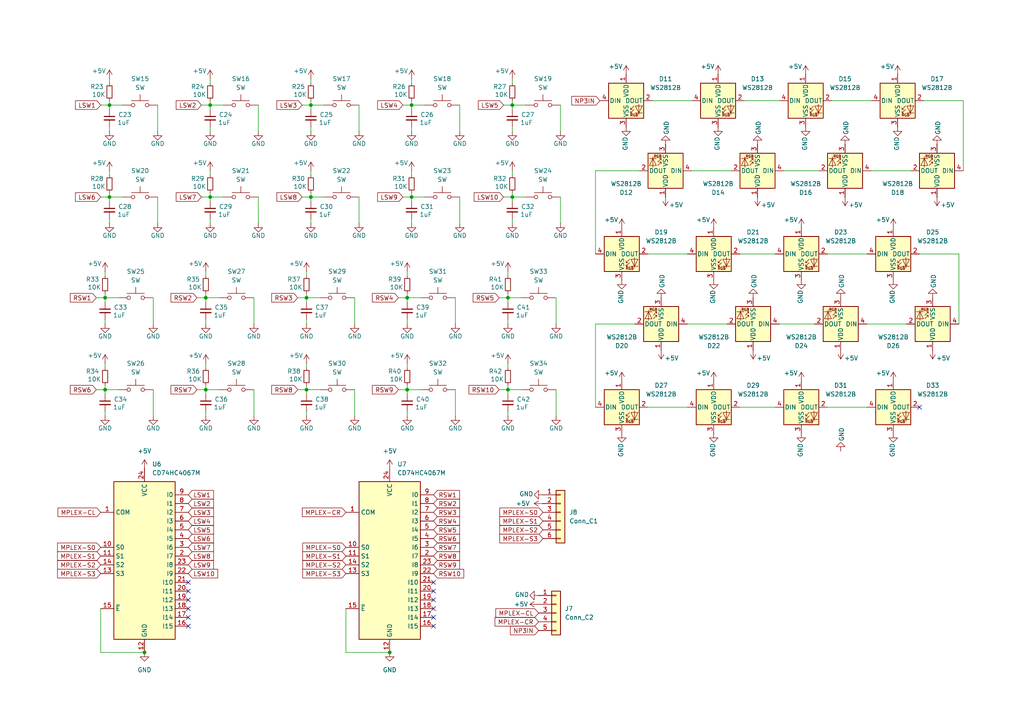
<source format=kicad_sch>
(kicad_sch (version 20231120) (generator "eeschema") (generator_version "8.0")
  (paper "A4")
  (junction (at 147.32 86.36))
  (junction (at 118.11 86.36))
  (junction (at 30.48 86.36))
  (junction (at 88.9 113.03))
  (junction (at 119.38 30.48))
  (junction (at 113.03 189.23))
  (junction (at 90.17 30.48))
  (junction (at 60.96 57.15))
  (junction (at 41.91 189.23))
  (junction (at 59.69 113.03))
  (junction (at 59.69 86.36))
  (junction (at 31.75 57.15))
  (junction (at 31.75 30.48))
  (junction (at 30.48 113.03))
  (junction (at 148.59 30.48))
  (junction (at 88.9 86.36))
  (junction (at 118.11 113.03))
  (junction (at 148.59 57.15))
  (junction (at 60.96 30.48))
  (junction (at 119.38 57.15))
  (junction (at 147.32 113.03))
  (junction (at 90.17 57.15))
  (no_connect (at 125.73 176.53))
  (no_connect (at 125.73 173.99))
  (no_connect (at 54.61 168.91))
  (no_connect (at 266.7 118.11))
  (no_connect (at 125.73 168.91))
  (no_connect (at 54.61 181.61))
  (no_connect (at 125.73 179.07))
  (no_connect (at 125.73 181.61))
  (no_connect (at 54.61 179.07))
  (no_connect (at 54.61 171.45))
  (no_connect (at 125.73 171.45))
  (no_connect (at 54.61 173.99))
  (no_connect (at 54.61 176.53))
  (wire (pts (xy 147.32 105.41) (xy 147.32 106.68)))
  (wire (pts (xy 31.75 31.75) (xy 31.75 30.48)))
  (wire (pts (xy 88.9 78.74) (xy 88.9 80.01)))
  (wire (pts (xy 59.69 86.36) (xy 63.5 86.36)))
  (wire (pts (xy 116.84 57.15) (xy 119.38 57.15)))
  (wire (pts (xy 88.9 114.3) (xy 88.9 113.03)))
  (wire (pts (xy 30.48 114.3) (xy 30.48 113.03)))
  (wire (pts (xy 162.56 30.48) (xy 162.56 38.1)))
  (wire (pts (xy 30.48 113.03) (xy 30.48 111.76)))
  (wire (pts (xy 148.59 57.15) (xy 148.59 55.88)))
  (wire (pts (xy 31.75 63.5) (xy 31.75 64.77)))
  (wire (pts (xy 187.96 73.66) (xy 199.39 73.66)))
  (wire (pts (xy 119.38 31.75) (xy 119.38 30.48)))
  (wire (pts (xy 118.11 86.36) (xy 118.11 85.09)))
  (wire (pts (xy 59.69 78.74) (xy 59.69 80.01)))
  (wire (pts (xy 118.11 113.03) (xy 118.11 111.76)))
  (wire (pts (xy 73.66 113.03) (xy 73.66 120.65)))
  (wire (pts (xy 59.69 113.03) (xy 63.5 113.03)))
  (wire (pts (xy 30.48 92.71) (xy 30.48 93.98)))
  (wire (pts (xy 104.14 57.15) (xy 104.14 64.77)))
  (wire (pts (xy 60.96 30.48) (xy 60.96 29.21)))
  (wire (pts (xy 60.96 30.48) (xy 64.77 30.48)))
  (wire (pts (xy 88.9 119.38) (xy 88.9 120.65)))
  (wire (pts (xy 59.69 114.3) (xy 59.69 113.03)))
  (wire (pts (xy 252.73 49.53) (xy 264.16 49.53)))
  (wire (pts (xy 31.75 58.42) (xy 31.75 57.15)))
  (wire (pts (xy 57.15 113.03) (xy 59.69 113.03)))
  (wire (pts (xy 147.32 114.3) (xy 147.32 113.03)))
  (wire (pts (xy 57.15 86.36) (xy 59.69 86.36)))
  (wire (pts (xy 60.96 57.15) (xy 60.96 55.88)))
  (wire (pts (xy 119.38 57.15) (xy 119.38 55.88)))
  (wire (pts (xy 59.69 119.38) (xy 59.69 120.65)))
  (wire (pts (xy 144.78 86.36) (xy 147.32 86.36)))
  (wire (pts (xy 58.42 30.48) (xy 60.96 30.48)))
  (wire (pts (xy 100.33 189.23) (xy 113.03 189.23)))
  (wire (pts (xy 279.4 29.21) (xy 279.4 49.53)))
  (wire (pts (xy 59.69 87.63) (xy 59.69 86.36)))
  (wire (pts (xy 162.56 57.15) (xy 162.56 64.77)))
  (wire (pts (xy 27.94 86.36) (xy 30.48 86.36)))
  (wire (pts (xy 147.32 87.63) (xy 147.32 86.36)))
  (wire (pts (xy 29.21 30.48) (xy 31.75 30.48)))
  (wire (pts (xy 29.21 176.53) (xy 29.21 189.23)))
  (wire (pts (xy 90.17 22.86) (xy 90.17 24.13)))
  (wire (pts (xy 119.38 63.5) (xy 119.38 64.77)))
  (wire (pts (xy 115.57 86.36) (xy 118.11 86.36)))
  (wire (pts (xy 90.17 58.42) (xy 90.17 57.15)))
  (wire (pts (xy 60.96 63.5) (xy 60.96 64.77)))
  (wire (pts (xy 148.59 30.48) (xy 148.59 29.21)))
  (wire (pts (xy 119.38 30.48) (xy 119.38 29.21)))
  (wire (pts (xy 132.08 113.03) (xy 132.08 120.65)))
  (wire (pts (xy 30.48 86.36) (xy 30.48 85.09)))
  (wire (pts (xy 88.9 86.36) (xy 92.71 86.36)))
  (wire (pts (xy 118.11 114.3) (xy 118.11 113.03)))
  (wire (pts (xy 227.33 49.53) (xy 237.49 49.53)))
  (wire (pts (xy 44.45 113.03) (xy 44.45 120.65)))
  (wire (pts (xy 118.11 119.38) (xy 118.11 120.65)))
  (wire (pts (xy 90.17 57.15) (xy 93.98 57.15)))
  (wire (pts (xy 240.03 73.66) (xy 251.46 73.66)))
  (wire (pts (xy 30.48 78.74) (xy 30.48 80.01)))
  (wire (pts (xy 58.42 57.15) (xy 60.96 57.15)))
  (wire (pts (xy 31.75 57.15) (xy 35.56 57.15)))
  (wire (pts (xy 240.03 118.11) (xy 251.46 118.11)))
  (wire (pts (xy 119.38 22.86) (xy 119.38 24.13)))
  (wire (pts (xy 148.59 49.53) (xy 148.59 50.8)))
  (wire (pts (xy 118.11 87.63) (xy 118.11 86.36)))
  (wire (pts (xy 31.75 57.15) (xy 31.75 55.88)))
  (wire (pts (xy 251.46 93.98) (xy 262.89 93.98)))
  (wire (pts (xy 31.75 36.83) (xy 31.75 38.1)))
  (wire (pts (xy 118.11 86.36) (xy 121.92 86.36)))
  (wire (pts (xy 147.32 119.38) (xy 147.32 120.65)))
  (wire (pts (xy 60.96 58.42) (xy 60.96 57.15)))
  (wire (pts (xy 104.14 30.48) (xy 104.14 38.1)))
  (wire (pts (xy 88.9 92.71) (xy 88.9 93.98)))
  (wire (pts (xy 116.84 30.48) (xy 119.38 30.48)))
  (wire (pts (xy 59.69 113.03) (xy 59.69 111.76)))
  (wire (pts (xy 90.17 49.53) (xy 90.17 50.8)))
  (wire (pts (xy 31.75 30.48) (xy 31.75 29.21)))
  (wire (pts (xy 60.96 36.83) (xy 60.96 38.1)))
  (wire (pts (xy 200.66 49.53) (xy 212.09 49.53)))
  (wire (pts (xy 88.9 105.41) (xy 88.9 106.68)))
  (wire (pts (xy 73.66 86.36) (xy 73.66 93.98)))
  (wire (pts (xy 60.96 31.75) (xy 60.96 30.48)))
  (wire (pts (xy 90.17 36.83) (xy 90.17 38.1)))
  (wire (pts (xy 119.38 36.83) (xy 119.38 38.1)))
  (wire (pts (xy 74.93 30.48) (xy 74.93 38.1)))
  (wire (pts (xy 214.63 118.11) (xy 224.79 118.11)))
  (wire (pts (xy 90.17 63.5) (xy 90.17 64.77)))
  (wire (pts (xy 119.38 49.53) (xy 119.38 50.8)))
  (wire (pts (xy 88.9 86.36) (xy 88.9 85.09)))
  (wire (pts (xy 146.05 57.15) (xy 148.59 57.15)))
  (wire (pts (xy 148.59 31.75) (xy 148.59 30.48)))
  (wire (pts (xy 147.32 78.74) (xy 147.32 80.01)))
  (wire (pts (xy 31.75 49.53) (xy 31.75 50.8)))
  (wire (pts (xy 161.29 113.03) (xy 161.29 120.65)))
  (wire (pts (xy 161.29 86.36) (xy 161.29 93.98)))
  (wire (pts (xy 30.48 86.36) (xy 34.29 86.36)))
  (wire (pts (xy 147.32 113.03) (xy 151.13 113.03)))
  (wire (pts (xy 90.17 30.48) (xy 90.17 29.21)))
  (wire (pts (xy 148.59 63.5) (xy 148.59 64.77)))
  (wire (pts (xy 90.17 31.75) (xy 90.17 30.48)))
  (wire (pts (xy 146.05 30.48) (xy 148.59 30.48)))
  (wire (pts (xy 87.63 57.15) (xy 90.17 57.15)))
  (wire (pts (xy 30.48 113.03) (xy 34.29 113.03)))
  (wire (pts (xy 148.59 36.83) (xy 148.59 38.1)))
  (wire (pts (xy 59.69 86.36) (xy 59.69 85.09)))
  (wire (pts (xy 31.75 30.48) (xy 35.56 30.48)))
  (wire (pts (xy 148.59 30.48) (xy 152.4 30.48)))
  (wire (pts (xy 100.33 176.53) (xy 100.33 189.23)))
  (wire (pts (xy 215.9 29.21) (xy 226.06 29.21)))
  (wire (pts (xy 29.21 57.15) (xy 31.75 57.15)))
  (wire (pts (xy 30.48 105.41) (xy 30.48 106.68)))
  (wire (pts (xy 147.32 113.03) (xy 147.32 111.76)))
  (wire (pts (xy 118.11 113.03) (xy 121.92 113.03)))
  (wire (pts (xy 87.63 30.48) (xy 90.17 30.48)))
  (wire (pts (xy 60.96 49.53) (xy 60.96 50.8)))
  (wire (pts (xy 187.96 118.11) (xy 199.39 118.11)))
  (wire (pts (xy 88.9 87.63) (xy 88.9 86.36)))
  (wire (pts (xy 88.9 113.03) (xy 88.9 111.76)))
  (wire (pts (xy 148.59 22.86) (xy 148.59 24.13)))
  (wire (pts (xy 241.3 29.21) (xy 252.73 29.21)))
  (wire (pts (xy 115.57 113.03) (xy 118.11 113.03)))
  (wire (pts (xy 59.69 92.71) (xy 59.69 93.98)))
  (wire (pts (xy 118.11 78.74) (xy 118.11 80.01)))
  (wire (pts (xy 45.72 30.48) (xy 45.72 38.1)))
  (wire (pts (xy 133.35 30.48) (xy 133.35 38.1)))
  (wire (pts (xy 119.38 30.48) (xy 123.19 30.48)))
  (wire (pts (xy 60.96 57.15) (xy 64.77 57.15)))
  (wire (pts (xy 86.36 113.03) (xy 88.9 113.03)))
  (wire (pts (xy 31.75 22.86) (xy 31.75 24.13)))
  (wire (pts (xy 147.32 86.36) (xy 151.13 86.36)))
  (wire (pts (xy 60.96 22.86) (xy 60.96 24.13)))
  (wire (pts (xy 147.32 92.71) (xy 147.32 93.98)))
  (wire (pts (xy 133.35 57.15) (xy 133.35 64.77)))
  (wire (pts (xy 148.59 57.15) (xy 152.4 57.15)))
  (wire (pts (xy 30.48 87.63) (xy 30.48 86.36)))
  (wire (pts (xy 86.36 86.36) (xy 88.9 86.36)))
  (wire (pts (xy 132.08 86.36) (xy 132.08 93.98)))
  (wire (pts (xy 214.63 73.66) (xy 224.79 73.66)))
  (wire (pts (xy 144.78 113.03) (xy 147.32 113.03)))
  (wire (pts (xy 199.39 93.98) (xy 210.82 93.98)))
  (wire (pts (xy 44.45 86.36) (xy 44.45 93.98)))
  (wire (pts (xy 118.11 92.71) (xy 118.11 93.98)))
  (wire (pts (xy 266.7 73.66) (xy 278.13 73.66)))
  (wire (pts (xy 30.48 119.38) (xy 30.48 120.65)))
  (wire (pts (xy 45.72 57.15) (xy 45.72 64.77)))
  (wire (pts (xy 226.06 93.98) (xy 236.22 93.98)))
  (wire (pts (xy 27.94 113.03) (xy 30.48 113.03)))
  (wire (pts (xy 172.72 73.66) (xy 172.72 49.53)))
  (wire (pts (xy 74.93 57.15) (xy 74.93 64.77)))
  (wire (pts (xy 119.38 57.15) (xy 123.19 57.15)))
  (wire (pts (xy 118.11 105.41) (xy 118.11 106.68)))
  (wire (pts (xy 119.38 58.42) (xy 119.38 57.15)))
  (wire (pts (xy 172.72 93.98) (xy 184.15 93.98)))
  (wire (pts (xy 189.23 29.21) (xy 200.66 29.21)))
  (wire (pts (xy 278.13 73.66) (xy 278.13 93.98)))
  (wire (pts (xy 148.59 58.42) (xy 148.59 57.15)))
  (wire (pts (xy 102.87 86.36) (xy 102.87 93.98)))
  (wire (pts (xy 102.87 113.03) (xy 102.87 120.65)))
  (wire (pts (xy 59.69 105.41) (xy 59.69 106.68)))
  (wire (pts (xy 172.72 49.53) (xy 185.42 49.53)))
  (wire (pts (xy 267.97 29.21) (xy 279.4 29.21)))
  (wire (pts (xy 90.17 57.15) (xy 90.17 55.88)))
  (wire (pts (xy 172.72 118.11) (xy 172.72 93.98)))
  (wire (pts (xy 29.21 189.23) (xy 41.91 189.23)))
  (wire (pts (xy 147.32 86.36) (xy 147.32 85.09)))
  (wire (pts (xy 90.17 30.48) (xy 93.98 30.48)))
  (wire (pts (xy 88.9 113.03) (xy 92.71 113.03)))
  (global_label "LSW8" (shape input) (at 87.63 57.15 180) (property "Intersheetrefs" "${INTERSHEET_REFS}" (effects (hide yes))))
  (global_label "LSW3" (shape input) (at 87.63 30.48 180) (property "Intersheetrefs" "${INTERSHEET_REFS}" (effects (hide yes))))
  (global_label "RSW3" (shape input) (at 125.73 148.59 0) (property "Intersheetrefs" "${INTERSHEET_REFS}" (effects (hide yes))))
  (global_label "MPLEX-CL" (shape input) (at 29.21 148.59 180) (property "Intersheetrefs" "${INTERSHEET_REFS}" (effects (hide yes))))
  (global_label "LSW4" (shape input) (at 54.61 151.13 0) (property "Intersheetrefs" "${INTERSHEET_REFS}" (effects (hide yes))))
  (global_label "RSW7" (shape input) (at 57.15 113.03 180) (property "Intersheetrefs" "${INTERSHEET_REFS}" (effects (hide yes))))
  (global_label "MPLEX-S0" (shape input) (at 29.21 158.75 180) (property "Intersheetrefs" "${INTERSHEET_REFS}" (effects (hide yes))))
  (global_label "RSW5" (shape input) (at 144.78 86.36 180) (property "Intersheetrefs" "${INTERSHEET_REFS}" (effects (hide yes))))
  (global_label "RSW5" (shape input) (at 125.73 153.67 0) (property "Intersheetrefs" "${INTERSHEET_REFS}" (effects (hide yes))))
  (global_label "MPLEX-S3" (shape input) (at 29.21 166.37 180) (property "Intersheetrefs" "${INTERSHEET_REFS}" (effects (hide yes))))
  (global_label "RSW1" (shape input) (at 27.94 86.36 180) (property "Intersheetrefs" "${INTERSHEET_REFS}" (effects (hide yes))))
  (global_label "RSW8" (shape input) (at 86.36 113.03 180) (property "Intersheetrefs" "${INTERSHEET_REFS}" (effects (hide yes))))
  (global_label "LSW1" (shape input) (at 54.61 143.51 0) (property "Intersheetrefs" "${INTERSHEET_REFS}" (effects (hide yes))))
  (global_label "LSW1" (shape input) (at 29.21 30.48 180) (property "Intersheetrefs" "${INTERSHEET_REFS}" (effects (hide yes))))
  (global_label "MPLEX-S3" (shape input) (at 157.48 156.21 180) (property "Intersheetrefs" "${INTERSHEET_REFS}" (effects (hide yes))))
  (global_label "LSW3" (shape input) (at 54.61 148.59 0) (property "Intersheetrefs" "${INTERSHEET_REFS}" (effects (hide yes))))
  (global_label "RSW6" (shape input) (at 27.94 113.03 180) (property "Intersheetrefs" "${INTERSHEET_REFS}" (effects (hide yes))))
  (global_label "LSW8" (shape input) (at 54.61 161.29 0) (property "Intersheetrefs" "${INTERSHEET_REFS}" (effects (hide yes))))
  (global_label "MPLEX-CR" (shape input) (at 156.21 180.34 180) (property "Intersheetrefs" "${INTERSHEET_REFS}" (effects (hide yes))))
  (global_label "NP3IN" (shape input) (at 156.21 182.88 180) (property "Intersheetrefs" "${INTERSHEET_REFS}" (effects (hide yes))))
  (global_label "RSW7" (shape input) (at 125.73 158.75 0) (property "Intersheetrefs" "${INTERSHEET_REFS}" (effects (hide yes))))
  (global_label "NP3IN" (shape input) (at 173.99 29.21 180) (property "Intersheetrefs" "${INTERSHEET_REFS}" (effects (hide yes))))
  (global_label "LSW7" (shape input) (at 58.42 57.15 180) (property "Intersheetrefs" "${INTERSHEET_REFS}" (effects (hide yes))))
  (global_label "LSW9" (shape input) (at 116.84 57.15 180) (property "Intersheetrefs" "${INTERSHEET_REFS}" (effects (hide yes))))
  (global_label "RSW8" (shape input) (at 125.73 161.29 0) (property "Intersheetrefs" "${INTERSHEET_REFS}" (effects (hide yes))))
  (global_label "MPLEX-CR" (shape input) (at 100.33 148.59 180) (property "Intersheetrefs" "${INTERSHEET_REFS}" (effects (hide yes))))
  (global_label "MPLEX-S2" (shape input) (at 100.33 163.83 180) (property "Intersheetrefs" "${INTERSHEET_REFS}" (effects (hide yes))))
  (global_label "RSW4" (shape input) (at 125.73 151.13 0) (property "Intersheetrefs" "${INTERSHEET_REFS}" (effects (hide yes))))
  (global_label "RSW10" (shape input) (at 125.73 166.37 0) (property "Intersheetrefs" "${INTERSHEET_REFS}" (effects (hide yes))))
  (global_label "RSW10" (shape input) (at 144.78 113.03 180) (property "Intersheetrefs" "${INTERSHEET_REFS}" (effects (hide yes))))
  (global_label "MPLEX-S3" (shape input) (at 100.33 166.37 180) (property "Intersheetrefs" "${INTERSHEET_REFS}" (effects (hide yes))))
  (global_label "LSW10" (shape input) (at 146.05 57.15 180) (property "Intersheetrefs" "${INTERSHEET_REFS}" (effects (hide yes))))
  (global_label "RSW9" (shape input) (at 125.73 163.83 0) (property "Intersheetrefs" "${INTERSHEET_REFS}" (effects (hide yes))))
  (global_label "RSW1" (shape input) (at 125.73 143.51 0) (property "Intersheetrefs" "${INTERSHEET_REFS}" (effects (hide yes))))
  (global_label "MPLEX-S0" (shape input) (at 100.33 158.75 180) (property "Intersheetrefs" "${INTERSHEET_REFS}" (effects (hide yes))))
  (global_label "LSW10" (shape input) (at 54.61 166.37 0) (property "Intersheetrefs" "${INTERSHEET_REFS}" (effects (hide yes))))
  (global_label "RSW9" (shape input) (at 115.57 113.03 180) (property "Intersheetrefs" "${INTERSHEET_REFS}" (effects (hide yes))))
  (global_label "LSW9" (shape input) (at 54.61 163.83 0) (property "Intersheetrefs" "${INTERSHEET_REFS}" (effects (hide yes))))
  (global_label "LSW4" (shape input) (at 116.84 30.48 180) (property "Intersheetrefs" "${INTERSHEET_REFS}" (effects (hide yes))))
  (global_label "RSW2" (shape input) (at 125.73 146.05 0) (property "Intersheetrefs" "${INTERSHEET_REFS}" (effects (hide yes))))
  (global_label "LSW5" (shape input) (at 146.05 30.48 180) (property "Intersheetrefs" "${INTERSHEET_REFS}" (effects (hide yes))))
  (global_label "LSW7" (shape input) (at 54.61 158.75 0) (property "Intersheetrefs" "${INTERSHEET_REFS}" (effects (hide yes))))
  (global_label "RSW3" (shape input) (at 86.36 86.36 180) (property "Intersheetrefs" "${INTERSHEET_REFS}" (effects (hide yes))))
  (global_label "MPLEX-S0" (shape input) (at 157.48 148.59 180) (property "Intersheetrefs" "${INTERSHEET_REFS}" (effects (hide yes))))
  (global_label "MPLEX-S1" (shape input) (at 100.33 161.29 180) (property "Intersheetrefs" "${INTERSHEET_REFS}" (effects (hide yes))))
  (global_label "LSW6" (shape input) (at 54.61 156.21 0) (property "Intersheetrefs" "${INTERSHEET_REFS}" (effects (hide yes))))
  (global_label "MPLEX-S1" (shape input) (at 29.21 161.29 180) (property "Intersheetrefs" "${INTERSHEET_REFS}" (effects (hide yes))))
  (global_label "LSW2" (shape input) (at 58.42 30.48 180) (property "Intersheetrefs" "${INTERSHEET_REFS}" (effects (hide yes))))
  (global_label "MPLEX-CL" (shape input) (at 156.21 177.8 180) (property "Intersheetrefs" "${INTERSHEET_REFS}" (effects (hide yes))))
  (global_label "RSW2" (shape input) (at 57.15 86.36 180) (property "Intersheetrefs" "${INTERSHEET_REFS}" (effects (hide yes))))
  (global_label "MPLEX-S1" (shape input) (at 157.48 151.13 180) (property "Intersheetrefs" "${INTERSHEET_REFS}" (effects (hide yes))))
  (global_label "LSW2" (shape input) (at 54.61 146.05 0) (property "Intersheetrefs" "${INTERSHEET_REFS}" (effects (hide yes))))
  (global_label "MPLEX-S2" (shape input) (at 157.48 153.67 180) (property "Intersheetrefs" "${INTERSHEET_REFS}" (effects (hide yes))))
  (global_label "RSW6" (shape input) (at 125.73 156.21 0) (property "Intersheetrefs" "${INTERSHEET_REFS}" (effects (hide yes))))
  (global_label "LSW5" (shape input) (at 54.61 153.67 0) (property "Intersheetrefs" "${INTERSHEET_REFS}" (effects (hide yes))))
  (global_label "LSW6" (shape input) (at 29.21 57.15 180) (property "Intersheetrefs" "${INTERSHEET_REFS}" (effects (hide yes))))
  (global_label "MPLEX-S2" (shape input) (at 29.21 163.83 180) (property "Intersheetrefs" "${INTERSHEET_REFS}" (effects (hide yes))))
  (global_label "RSW4" (shape input) (at 115.57 86.36 180) (property "Intersheetrefs" "${INTERSHEET_REFS}" (effects (hide yes))))
  (symbol (lib_id "power:+5V") (at 60.96 22.86 0) (unit 1)
    (property "Reference" "#PWR0119" (effects (hide yes)))
    (property "Value" "+5V" (at 57.912 20.574 0))
    (property "Description" "Power symbol creates a global label with name \"+5V\"" (effects (hide yes)))
  )
  (symbol (lib_id "Switch:SW_Push") (at 69.85 57.15 0) (unit 1)
    (property "Reference" "SW21" (at 69.85 49.53 0))
    (property "Value" "SW" (at 69.85 52.07 0))
    (property "Description" "Push button switch, generic, two pins" (effects (hide yes)))
  )
  (symbol (lib_id "power:+5V") (at 59.69 105.41 0) (unit 1)
    (property "Reference" "#PWR0154" (effects (hide yes)))
    (property "Value" "+5V" (at 56.642 103.124 0))
    (property "Description" "Power symbol creates a global label with name \"+5V\"" (effects (hide yes)))
  )
  (symbol (lib_id "Switch:SW_Push") (at 68.58 86.36 0) (unit 1)
    (property "Reference" "SW27" (at 68.58 78.74 0))
    (property "Value" "SW" (at 68.58 81.28 0))
    (property "Description" "Push button switch, generic, two pins" (effects (hide yes)))
  )
  (symbol (lib_id "Device:R_Small") (at 119.38 26.67 0) (unit 1)
    (property "Reference" "R26" (at 113.792 25.146 0) (effects (justify left)))
    (property "Value" "10K" (at 114.3 27.432 0) (effects (justify left)))
    (property "Description" "Resistor, small symbol" (effects (hide yes)))
  )
  (symbol (lib_id "power:GND") (at 88.9 93.98 0) (mirror y) (unit 1)
    (property "Reference" "#PWR0159" (effects (hide yes)))
    (property "Value" "GND" (at 88.9 97.536 0))
    (property "Description" "Power symbol creates a global label with name \"GND\" , ground" (effects (hide yes)))
  )
  (symbol (lib_id "LED:WS2812B") (at 271.78 49.53 180) (unit 1)
    (property "Reference" "D18" (at 260.35 55.8486 0))
    (property "Value" "WS2812B" (at 260.35 53.3086 0))
    (property "Footprint" "LED_SMD:LED_WS2812B_PLCC4_5.0x5.0mm_P3.2mm" (effects (hide yes)))
    (property "Datasheet" "https://cdn-shop.adafruit.com/datasheets/WS2812B.pdf" (effects (hide yes)))
    (property "Description" "RGB LED with integrated controller" (effects (hide yes)))
  )
  (symbol (lib_id "power:GND") (at 74.93 64.77 0) (mirror y) (unit 1)
    (property "Reference" "#PWR0136" (effects (hide yes)))
    (property "Value" "GND" (at 74.93 68.326 0))
    (property "Description" "Power symbol creates a global label with name \"GND\" , ground" (effects (hide yes)))
  )
  (symbol (lib_id "Device:C_Small") (at 30.48 116.84 0) (unit 1)
    (property "Reference" "C34" (at 33.02 115.824 0) (effects (justify left)))
    (property "Value" "1uF" (at 32.766 118.11 0) (effects (justify left)))
    (property "Description" "Unpolarized capacitor, small symbol" (effects (hide yes)))
  )
  (symbol (lib_id "power:+5V") (at 90.17 22.86 0) (unit 1)
    (property "Reference" "#PWR0122" (effects (hide yes)))
    (property "Value" "+5V" (at 87.122 20.574 0))
    (property "Description" "Power symbol creates a global label with name \"+5V\"" (effects (hide yes)))
  )
  (symbol (lib_id "power:GND") (at 147.32 93.98 0) (mirror y) (unit 1)
    (property "Reference" "#PWR0171" (effects (hide yes)))
    (property "Value" "GND" (at 147.32 97.536 0))
    (property "Description" "Power symbol creates a global label with name \"GND\" , ground" (effects (hide yes)))
  )
  (symbol (lib_id "Device:R_Small") (at 90.17 53.34 0) (unit 1)
    (property "Reference" "R30" (at 84.582 51.816 0) (effects (justify left)))
    (property "Value" "10K" (at 85.09 54.102 0) (effects (justify left)))
    (property "Description" "Resistor, small symbol" (effects (hide yes)))
  )
  (symbol (lib_id "power:GND") (at 74.93 38.1 0) (mirror y) (unit 1)
    (property "Reference" "#PWR0121" (effects (hide yes)))
    (property "Value" "GND" (at 74.93 41.656 0))
    (property "Description" "Power symbol creates a global label with name \"GND\" , ground" (effects (hide yes)))
  )
  (symbol (lib_id "power:GND") (at 243.84 130.81 0) (mirror x) (unit 1)
    (property "Reference" "#PWR0222" (effects (hide yes)))
    (property "Value" "GND" (at 244.094 125.984 90))
    (property "Description" "Power symbol creates a global label with name \"GND\" , ground" (effects (hide yes)))
  )
  (symbol (lib_id "Device:R_Small") (at 31.75 26.67 0) (unit 1)
    (property "Reference" "R23" (at 26.162 25.146 0) (effects (justify left)))
    (property "Value" "10K" (at 26.67 27.432 0) (effects (justify left)))
    (property "Description" "Resistor, small symbol" (effects (hide yes)))
  )
  (symbol (lib_id "Device:R_Small") (at 147.32 109.22 0) (unit 1)
    (property "Reference" "R42" (at 141.732 107.696 0) (effects (justify left)))
    (property "Value" "10K" (at 142.24 109.982 0) (effects (justify left)))
    (property "Description" "Resistor, small symbol" (effects (hide yes)))
  )
  (symbol (lib_id "Device:R_Small") (at 118.11 82.55 0) (unit 1)
    (property "Reference" "R39" (at 112.522 81.026 0) (effects (justify left)))
    (property "Value" "10K" (at 113.03 83.312 0) (effects (justify left)))
    (property "Description" "Resistor, small symbol" (effects (hide yes)))
  )
  (symbol (lib_id "LED:WS2812B") (at 232.41 118.11 0) (unit 1)
    (property "Reference" "D31" (at 243.84 111.7914 0))
    (property "Value" "WS2812B" (at 243.84 114.3314 0))
    (property "Footprint" "LED_SMD:LED_WS2812B_PLCC4_5.0x5.0mm_P3.2mm" (effects (hide yes)))
    (property "Datasheet" "https://cdn-shop.adafruit.com/datasheets/WS2812B.pdf" (effects (hide yes)))
    (property "Description" "RGB LED with integrated controller" (effects (hide yes)))
  )
  (symbol (lib_id "LED:WS2812B") (at 260.35 29.21 0) (unit 1)
    (property "Reference" "D17" (at 271.78 22.8914 0))
    (property "Value" "WS2812B" (at 271.78 25.4314 0))
    (property "Footprint" "LED_SMD:LED_WS2812B_PLCC4_5.0x5.0mm_P3.2mm" (effects (hide yes)))
    (property "Datasheet" "https://cdn-shop.adafruit.com/datasheets/WS2812B.pdf" (effects (hide yes)))
    (property "Description" "RGB LED with integrated controller" (effects (hide yes)))
  )
  (symbol (lib_id "LED:WS2812B") (at 233.68 29.21 0) (unit 1)
    (property "Reference" "D15" (at 245.11 22.8914 0))
    (property "Value" "WS2812B" (at 245.11 25.4314 0))
    (property "Footprint" "LED_SMD:LED_WS2812B_PLCC4_5.0x5.0mm_P3.2mm" (effects (hide yes)))
    (property "Datasheet" "https://cdn-shop.adafruit.com/datasheets/WS2812B.pdf" (effects (hide yes)))
    (property "Description" "RGB LED with integrated controller" (effects (hide yes)))
  )
  (symbol (lib_id "power:+5V") (at 191.77 101.6 180) (unit 1)
    (property "Reference" "#PWR0199" (effects (hide yes)))
    (property "Value" "+5V" (at 194.818 103.886 0))
    (property "Description" "Power symbol creates a global label with name \"+5V\"" (effects (hide yes)))
  )
  (symbol (lib_id "Device:C_Small") (at 148.59 34.29 0) (unit 1)
    (property "Reference" "C27" (at 151.13 33.274 0) (effects (justify left)))
    (property "Value" "1uF" (at 150.876 35.56 0) (effects (justify left)))
    (property "Description" "Unpolarized capacitor, small symbol" (effects (hide yes)))
  )
  (symbol (lib_id "Device:C_Small") (at 118.11 116.84 0) (unit 1)
    (property "Reference" "C40" (at 120.65 115.824 0) (effects (justify left)))
    (property "Value" "1uF" (at 120.396 118.11 0) (effects (justify left)))
    (property "Description" "Unpolarized capacitor, small symbol" (effects (hide yes)))
  )
  (symbol (lib_id "Connector_Generic:Conn_01x05") (at 161.29 177.8 0) (unit 1)
    (property "Reference" "J7" (at 163.83 176.5299 0) (effects (justify left)))
    (property "Value" "Conn_C2" (at 163.83 179.0699 0) (effects (justify left)))
    (property "Description" "Generic connector, single row, 01x05, script generated (kicad-library-utils/schlib/autogen/connector/)" (effects (hide yes)))
  )
  (symbol (lib_id "power:+5V") (at 259.08 110.49 0) (unit 1)
    (property "Reference" "#PWR0224" (effects (hide yes)))
    (property "Value" "+5V" (at 256.032 108.204 0))
    (property "Description" "Power symbol creates a global label with name \"+5V\"" (effects (hide yes)))
  )
  (symbol (lib_id "power:+5V") (at 90.17 49.53 0) (unit 1)
    (property "Reference" "#PWR0137" (effects (hide yes)))
    (property "Value" "+5V" (at 87.122 47.244 0))
    (property "Description" "Power symbol creates a global label with name \"+5V\"" (effects (hide yes)))
  )
  (symbol (lib_id "power:GND") (at 59.69 93.98 0) (mirror y) (unit 1)
    (property "Reference" "#PWR0153" (effects (hide yes)))
    (property "Value" "GND" (at 59.69 97.536 0))
    (property "Description" "Power symbol creates a global label with name \"GND\" , ground" (effects (hide yes)))
  )
  (symbol (lib_id "Device:C_Small") (at 30.48 90.17 0) (unit 1)
    (property "Reference" "C33" (at 33.02 89.154 0) (effects (justify left)))
    (property "Value" "1uF" (at 32.766 91.44 0) (effects (justify left)))
    (property "Description" "Unpolarized capacitor, small symbol" (effects (hide yes)))
  )
  (symbol (lib_id "power:+5V") (at 118.11 78.74 0) (unit 1)
    (property "Reference" "#PWR0164" (effects (hide yes)))
    (property "Value" "+5V" (at 115.062 76.454 0))
    (property "Description" "Power symbol creates a global label with name \"+5V\"" (effects (hide yes)))
  )
  (symbol (lib_id "LED:WS2812B") (at 193.04 49.53 180) (unit 1)
    (property "Reference" "D12" (at 181.61 55.8486 0))
    (property "Value" "WS2812B" (at 181.61 53.3086 0))
    (property "Footprint" "LED_SMD:LED_WS2812B_PLCC4_5.0x5.0mm_P3.2mm" (effects (hide yes)))
    (property "Datasheet" "https://cdn-shop.adafruit.com/datasheets/WS2812B.pdf" (effects (hide yes)))
    (property "Description" "RGB LED with integrated controller" (effects (hide yes)))
  )
  (symbol (lib_id "power:GND") (at 31.75 64.77 0) (mirror y) (unit 1)
    (property "Reference" "#PWR0132" (effects (hide yes)))
    (property "Value" "GND" (at 31.75 68.326 0))
    (property "Description" "Power symbol creates a global label with name \"GND\" , ground" (effects (hide yes)))
  )
  (symbol (lib_id "power:+5V") (at 208.28 21.59 0) (unit 1)
    (property "Reference" "#PWR0184" (effects (hide yes)))
    (property "Value" "+5V" (at 205.232 19.304 0))
    (property "Description" "Power symbol creates a global label with name \"+5V\"" (effects (hide yes)))
  )
  (symbol (lib_id "power:GND") (at 45.72 38.1 0) (mirror y) (unit 1)
    (property "Reference" "#PWR0118" (effects (hide yes)))
    (property "Value" "GND" (at 45.72 41.656 0))
    (property "Description" "Power symbol creates a global label with name \"GND\" , ground" (effects (hide yes)))
  )
  (symbol (lib_id "Device:R_Small") (at 88.9 109.22 0) (unit 1)
    (property "Reference" "R38" (at 83.312 107.696 0) (effects (justify left)))
    (property "Value" "10K" (at 83.82 109.982 0) (effects (justify left)))
    (property "Description" "Resistor, small symbol" (effects (hide yes)))
  )
  (symbol (lib_id "power:GND") (at 133.35 38.1 0) (mirror y) (unit 1)
    (property "Reference" "#PWR0127" (effects (hide yes)))
    (property "Value" "GND" (at 133.35 41.656 0))
    (property "Description" "Power symbol creates a global label with name \"GND\" , ground" (effects (hide yes)))
  )
  (symbol (lib_id "power:GND") (at 180.34 125.73 0) (mirror y) (unit 1)
    (property "Reference" "#PWR0213" (effects (hide yes)))
    (property "Value" "GND" (at 180.086 130.556 90))
    (property "Description" "Power symbol creates a global label with name \"GND\" , ground" (effects (hide yes)))
  )
  (symbol (lib_id "power:GND") (at 271.78 41.91 0) (mirror x) (unit 1)
    (property "Reference" "#PWR0194" (effects (hide yes)))
    (property "Value" "GND" (at 272.034 37.084 90))
    (property "Description" "Power symbol creates a global label with name \"GND\" , ground" (effects (hide yes)))
  )
  (symbol (lib_id "power:+5V") (at 119.38 49.53 0) (unit 1)
    (property "Reference" "#PWR0140" (effects (hide yes)))
    (property "Value" "+5V" (at 116.332 47.244 0))
    (property "Description" "Power symbol creates a global label with name \"+5V\"" (effects (hide yes)))
  )
  (symbol (lib_id "power:GND") (at 243.84 86.36 0) (mirror x) (unit 1)
    (property "Reference" "#PWR0206" (effects (hide yes)))
    (property "Value" "GND" (at 244.094 81.534 90))
    (property "Description" "Power symbol creates a global label with name \"GND\" , ground" (effects (hide yes)))
  )
  (symbol (lib_id "power:+5V") (at 118.11 105.41 0) (unit 1)
    (property "Reference" "#PWR0166" (effects (hide yes)))
    (property "Value" "+5V" (at 115.062 103.124 0))
    (property "Description" "Power symbol creates a global label with name \"+5V\"" (effects (hide yes)))
  )
  (symbol (lib_id "Switch:SW_Push") (at 97.79 113.03 0) (unit 1)
    (property "Reference" "SW30" (at 97.79 105.41 0))
    (property "Value" "SW" (at 97.79 107.95 0))
    (property "Description" "Push button switch, generic, two pins" (effects (hide yes)))
  )
  (symbol (lib_id "power:+5V") (at 193.04 57.15 180) (unit 1)
    (property "Reference" "#PWR0183" (effects (hide yes)))
    (property "Value" "+5V" (at 196.088 59.436 0))
    (property "Description" "Power symbol creates a global label with name \"+5V\"" (effects (hide yes)))
  )
  (symbol (lib_id "LED:WS2812B") (at 219.71 49.53 180) (unit 1)
    (property "Reference" "D14" (at 208.28 55.8486 0))
    (property "Value" "WS2812B" (at 208.28 53.3086 0))
    (property "Footprint" "LED_SMD:LED_WS2812B_PLCC4_5.0x5.0mm_P3.2mm" (effects (hide yes)))
    (property "Datasheet" "https://cdn-shop.adafruit.com/datasheets/WS2812B.pdf" (effects (hide yes)))
    (property "Description" "RGB LED with integrated controller" (effects (hide yes)))
  )
  (symbol (lib_id "LED:WS2812B") (at 259.08 118.11 0) (unit 1)
    (property "Reference" "D33" (at 270.51 111.7914 0))
    (property "Value" "WS2812B" (at 270.51 114.3314 0))
    (property "Footprint" "LED_SMD:LED_WS2812B_PLCC4_5.0x5.0mm_P3.2mm" (effects (hide yes)))
    (property "Datasheet" "https://cdn-shop.adafruit.com/datasheets/WS2812B.pdf" (effects (hide yes)))
    (property "Description" "RGB LED with integrated controller" (effects (hide yes)))
  )
  (symbol (lib_id "power:GND") (at 44.45 93.98 0) (mirror y) (unit 1)
    (property "Reference" "#PWR0150" (effects (hide yes)))
    (property "Value" "GND" (at 44.45 97.536 0))
    (property "Description" "Power symbol creates a global label with name \"GND\" , ground" (effects (hide yes)))
  )
  (symbol (lib_id "Switch:SW_Push") (at 127 113.03 0) (unit 1)
    (property "Reference" "SW32" (at 127 105.41 0))
    (property "Value" "SW" (at 127 107.95 0))
    (property "Description" "Push button switch, generic, two pins" (effects (hide yes)))
  )
  (symbol (lib_id "Switch:SW_Push") (at 157.48 57.15 0) (unit 1)
    (property "Reference" "SW24" (at 157.48 49.53 0))
    (property "Value" "SW" (at 157.48 52.07 0))
    (property "Description" "Push button switch, generic, two pins" (effects (hide yes)))
  )
  (symbol (lib_id "power:+5V") (at 41.91 135.89 0) (unit 1)
    (property "Reference" "#PWR0176" (effects (hide yes)))
    (property "Value" "+5V" (at 41.91 130.81 0))
    (property "Description" "Power symbol creates a global label with name \"+5V\"" (effects (hide yes)))
  )
  (symbol (lib_id "Device:R_Small") (at 118.11 109.22 0) (unit 1)
    (property "Reference" "R40" (at 112.522 107.696 0) (effects (justify left)))
    (property "Value" "10K" (at 113.03 109.982 0) (effects (justify left)))
    (property "Description" "Resistor, small symbol" (effects (hide yes)))
  )
  (symbol (lib_id "Device:C_Small") (at 88.9 90.17 0) (unit 1)
    (property "Reference" "C37" (at 91.44 89.154 0) (effects (justify left)))
    (property "Value" "1uF" (at 91.186 91.44 0) (effects (justify left)))
    (property "Description" "Unpolarized capacitor, small symbol" (effects (hide yes)))
  )
  (symbol (lib_id "Device:R_Small") (at 148.59 53.34 0) (unit 1)
    (property "Reference" "R32" (at 143.002 51.816 0) (effects (justify left)))
    (property "Value" "10K" (at 143.51 54.102 0) (effects (justify left)))
    (property "Description" "Resistor, small symbol" (effects (hide yes)))
  )
  (symbol (lib_id "LED:WS2812B") (at 218.44 93.98 180) (unit 1)
    (property "Reference" "D22" (at 207.01 100.2986 0))
    (property "Value" "WS2812B" (at 207.01 97.7586 0))
    (property "Footprint" "LED_SMD:LED_WS2812B_PLCC4_5.0x5.0mm_P3.2mm" (effects (hide yes)))
    (property "Datasheet" "https://cdn-shop.adafruit.com/datasheets/WS2812B.pdf" (effects (hide yes)))
    (property "Description" "RGB LED with integrated controller" (effects (hide yes)))
  )
  (symbol (lib_id "LED:WS2812B") (at 180.34 73.66 0) (unit 1)
    (property "Reference" "D19" (at 191.77 67.3414 0))
    (property "Value" "WS2812B" (at 191.77 69.8814 0))
    (property "Footprint" "LED_SMD:LED_WS2812B_PLCC4_5.0x5.0mm_P3.2mm" (effects (hide yes)))
    (property "Datasheet" "https://cdn-shop.adafruit.com/datasheets/WS2812B.pdf" (effects (hide yes)))
    (property "Description" "RGB LED with integrated controller" (effects (hide yes)))
  )
  (symbol (lib_id "Switch:SW_Push") (at 97.79 86.36 0) (unit 1)
    (property "Reference" "SW29" (at 97.79 78.74 0))
    (property "Value" "SW" (at 97.79 81.28 0))
    (property "Description" "Push button switch, generic, two pins" (effects (hide yes)))
  )
  (symbol (lib_id "Device:C_Small") (at 90.17 34.29 0) (unit 1)
    (property "Reference" "C25" (at 92.71 33.274 0) (effects (justify left)))
    (property "Value" "1uF" (at 92.456 35.56 0) (effects (justify left)))
    (property "Description" "Unpolarized capacitor, small symbol" (effects (hide yes)))
  )
  (symbol (lib_id "Device:R_Small") (at 60.96 26.67 0) (unit 1)
    (property "Reference" "R24" (at 55.372 25.146 0) (effects (justify left)))
    (property "Value" "10K" (at 55.88 27.432 0) (effects (justify left)))
    (property "Description" "Resistor, small symbol" (effects (hide yes)))
  )
  (symbol (lib_id "power:+5V") (at 148.59 49.53 0) (unit 1)
    (property "Reference" "#PWR0143" (effects (hide yes)))
    (property "Value" "+5V" (at 145.542 47.244 0))
    (property "Description" "Power symbol creates a global label with name \"+5V\"" (effects (hide yes)))
  )
  (symbol (lib_id "power:GND") (at 73.66 120.65 0) (mirror y) (unit 1)
    (property "Reference" "#PWR0157" (effects (hide yes)))
    (property "Value" "GND" (at 73.66 124.206 0))
    (property "Description" "Power symbol creates a global label with name \"GND\" , ground" (effects (hide yes)))
  )
  (symbol (lib_id "power:GND") (at 44.45 120.65 0) (mirror y) (unit 1)
    (property "Reference" "#PWR0151" (effects (hide yes)))
    (property "Value" "GND" (at 44.45 124.206 0))
    (property "Description" "Power symbol creates a global label with name \"GND\" , ground" (effects (hide yes)))
  )
  (symbol (lib_id "power:+5V") (at 30.48 105.41 0) (unit 1)
    (property "Reference" "#PWR0148" (effects (hide yes)))
    (property "Value" "+5V" (at 27.432 103.124 0))
    (property "Description" "Power symbol creates a global label with name \"+5V\"" (effects (hide yes)))
  )
  (symbol (lib_id "Device:C_Small") (at 59.69 116.84 0) (unit 1)
    (property "Reference" "C36" (at 62.23 115.824 0) (effects (justify left)))
    (property "Value" "1uF" (at 61.976 118.11 0) (effects (justify left)))
    (property "Description" "Unpolarized capacitor, small symbol" (effects (hide yes)))
  )
  (symbol (lib_id "power:GND") (at 207.01 81.28 0) (mirror y) (unit 1)
    (property "Reference" "#PWR0201" (effects (hide yes)))
    (property "Value" "GND" (at 206.756 86.106 90))
    (property "Description" "Power symbol creates a global label with name \"GND\" , ground" (effects (hide yes)))
  )
  (symbol (lib_id "power:GND") (at 181.61 36.83 0) (mirror y) (unit 1)
    (property "Reference" "#PWR0181" (effects (hide yes)))
    (property "Value" "GND" (at 181.356 41.656 90))
    (property "Description" "Power symbol creates a global label with name \"GND\" , ground" (effects (hide yes)))
  )
  (symbol (lib_id "power:GND") (at 218.44 86.36 0) (mirror x) (unit 1)
    (property "Reference" "#PWR0202" (effects (hide yes)))
    (property "Value" "GND" (at 218.694 81.534 90))
    (property "Description" "Power symbol creates a global label with name \"GND\" , ground" (effects (hide yes)))
  )
  (symbol (lib_id "LED:WS2812B") (at 191.77 93.98 180) (unit 1)
    (property "Reference" "D20" (at 180.34 100.2986 0))
    (property "Value" "WS2812B" (at 180.34 97.7586 0))
    (property "Footprint" "LED_SMD:LED_WS2812B_PLCC4_5.0x5.0mm_P3.2mm" (effects (hide yes)))
    (property "Datasheet" "https://cdn-shop.adafruit.com/datasheets/WS2812B.pdf" (effects (hide yes)))
    (property "Description" "RGB LED with integrated controller" (effects (hide yes)))
  )
  (symbol (lib_id "Device:R_Small") (at 30.48 82.55 0) (unit 1)
    (property "Reference" "R33" (at 24.892 81.026 0) (effects (justify left)))
    (property "Value" "10K" (at 25.4 83.312 0) (effects (justify left)))
    (property "Description" "Resistor, small symbol" (effects (hide yes)))
  )
  (symbol (lib_id "power:GND") (at 118.11 93.98 0) (mirror y) (unit 1)
    (property "Reference" "#PWR0165" (effects (hide yes)))
    (property "Value" "GND" (at 118.11 97.536 0))
    (property "Description" "Power symbol creates a global label with name \"GND\" , ground" (effects (hide yes)))
  )
  (symbol (lib_id "power:GND") (at 88.9 120.65 0) (mirror y) (unit 1)
    (property "Reference" "#PWR0161" (effects (hide yes)))
    (property "Value" "GND" (at 88.9 124.206 0))
    (property "Description" "Power symbol creates a global label with name \"GND\" , ground" (effects (hide yes)))
  )
  (symbol (lib_id "Switch:SW_Push") (at 128.27 30.48 0) (unit 1)
    (property "Reference" "SW18" (at 128.27 22.86 0))
    (property "Value" "SW" (at 128.27 25.4 0))
    (property "Description" "Push button switch, generic, two pins" (effects (hide yes)))
  )
  (symbol (lib_id "LED:WS2812B") (at 232.41 73.66 0) (unit 1)
    (property "Reference" "D23" (at 243.84 67.3414 0))
    (property "Value" "WS2812B" (at 243.84 69.8814 0))
    (property "Footprint" "LED_SMD:LED_WS2812B_PLCC4_5.0x5.0mm_P3.2mm" (effects (hide yes)))
    (property "Datasheet" "https://cdn-shop.adafruit.com/datasheets/WS2812B.pdf" (effects (hide yes)))
    (property "Description" "RGB LED with integrated controller" (effects (hide yes)))
  )
  (symbol (lib_id "Switch:SW_Push") (at 156.21 113.03 0) (unit 1)
    (property "Reference" "SW34" (at 156.21 105.41 0))
    (property "Value" "SW" (at 156.21 107.95 0))
    (property "Description" "Push button switch, generic, two pins" (effects (hide yes)))
  )
  (symbol (lib_id "Device:C_Small") (at 60.96 60.96 0) (unit 1)
    (property "Reference" "C29" (at 63.5 59.944 0) (effects (justify left)))
    (property "Value" "1uF" (at 63.246 62.23 0) (effects (justify left)))
    (property "Description" "Unpolarized capacitor, small symbol" (effects (hide yes)))
  )
  (symbol (lib_id "power:+5V") (at 31.75 49.53 0) (unit 1)
    (property "Reference" "#PWR0131" (effects (hide yes)))
    (property "Value" "+5V" (at 28.702 47.244 0))
    (property "Description" "Power symbol creates a global label with name \"+5V\"" (effects (hide yes)))
  )
  (symbol (lib_id "Device:C_Small") (at 90.17 60.96 0) (unit 1)
    (property "Reference" "C30" (at 92.71 59.944 0) (effects (justify left)))
    (property "Value" "1uF" (at 92.456 62.23 0) (effects (justify left)))
    (property "Description" "Unpolarized capacitor, small symbol" (effects (hide yes)))
  )
  (symbol (lib_id "Switch:SW_Push") (at 39.37 86.36 0) (unit 1)
    (property "Reference" "SW25" (at 39.37 78.74 0))
    (property "Value" "SW" (at 39.37 81.28 0))
    (property "Description" "Push button switch, generic, two pins" (effects (hide yes)))
  )
  (symbol (lib_id "Device:C_Small") (at 31.75 60.96 0) (unit 1)
    (property "Reference" "C28" (at 34.29 59.944 0) (effects (justify left)))
    (property "Value" "1uF" (at 34.036 62.23 0) (effects (justify left)))
    (property "Description" "Unpolarized capacitor, small symbol" (effects (hide yes)))
  )
  (symbol (lib_id "power:+5V") (at 180.34 66.04 0) (unit 1)
    (property "Reference" "#PWR0196" (effects (hide yes)))
    (property "Value" "+5V" (at 177.292 63.754 0))
    (property "Description" "Power symbol creates a global label with name \"+5V\"" (effects (hide yes)))
  )
  (symbol (lib_id "power:+5V") (at 207.01 66.04 0) (unit 1)
    (property "Reference" "#PWR0200" (effects (hide yes)))
    (property "Value" "+5V" (at 203.962 63.754 0))
    (property "Description" "Power symbol creates a global label with name \"+5V\"" (effects (hide yes)))
  )
  (symbol (lib_id "Switch:SW_Push") (at 128.27 57.15 0) (unit 1)
    (property "Reference" "SW23" (at 128.27 49.53 0))
    (property "Value" "SW" (at 128.27 52.07 0))
    (property "Description" "Push button switch, generic, two pins" (effects (hide yes)))
  )
  (symbol (lib_id "power:GND") (at 119.38 38.1 0) (mirror y) (unit 1)
    (property "Reference" "#PWR0126" (effects (hide yes)))
    (property "Value" "GND" (at 119.38 41.656 0))
    (property "Description" "Power symbol creates a global label with name \"GND\" , ground" (effects (hide yes)))
  )
  (symbol (lib_id "power:GND") (at 90.17 64.77 0) (mirror y) (unit 1)
    (property "Reference" "#PWR0138" (effects (hide yes)))
    (property "Value" "GND" (at 90.17 68.326 0))
    (property "Description" "Power symbol creates a global label with name \"GND\" , ground" (effects (hide yes)))
  )
  (symbol (lib_id "Device:C_Small") (at 148.59 60.96 0) (unit 1)
    (property "Reference" "C32" (at 151.13 59.944 0) (effects (justify left)))
    (property "Value" "1uF" (at 150.876 62.23 0) (effects (justify left)))
    (property "Description" "Unpolarized capacitor, small symbol" (effects (hide yes)))
  )
  (symbol (lib_id "power:GND") (at 148.59 38.1 0) (mirror y) (unit 1)
    (property "Reference" "#PWR0129" (effects (hide yes)))
    (property "Value" "GND" (at 148.59 41.656 0))
    (property "Description" "Power symbol creates a global label with name \"GND\" , ground" (effects (hide yes)))
  )
  (symbol (lib_id "power:GND") (at 219.71 41.91 0) (mirror x) (unit 1)
    (property "Reference" "#PWR0186" (effects (hide yes)))
    (property "Value" "GND" (at 219.964 37.084 90))
    (property "Description" "Power symbol creates a global label with name \"GND\" , ground" (effects (hide yes)))
  )
  (symbol (lib_id "power:+5V") (at 157.48 146.05 90) (unit 1)
    (property "Reference" "#PWR0219" (effects (hide yes)))
    (property "Value" "+5V" (at 153.67 146.0499 90) (effects (justify left)))
    (property "Description" "Power symbol creates a global label with name \"+5V\"" (effects (hide yes)))
  )
  (symbol (lib_id "power:+5V") (at 259.08 66.04 0) (unit 1)
    (property "Reference" "#PWR0208" (effects (hide yes)))
    (property "Value" "+5V" (at 256.032 63.754 0))
    (property "Description" "Power symbol creates a global label with name \"+5V\"" (effects (hide yes)))
  )
  (symbol (lib_id "power:GND") (at 245.11 41.91 0) (mirror x) (unit 1)
    (property "Reference" "#PWR0190" (effects (hide yes)))
    (property "Value" "GND" (at 245.364 37.084 90))
    (property "Description" "Power symbol creates a global label with name \"GND\" , ground" (effects (hide yes)))
  )
  (symbol (lib_id "power:GND") (at 45.72 64.77 0) (mirror y) (unit 1)
    (property "Reference" "#PWR0133" (effects (hide yes)))
    (property "Value" "GND" (at 45.72 68.326 0))
    (property "Description" "Power symbol creates a global label with name \"GND\" , ground" (effects (hide yes)))
  )
  (symbol (lib_id "power:GND") (at 207.01 125.73 0) (mirror y) (unit 1)
    (property "Reference" "#PWR0217" (effects (hide yes)))
    (property "Value" "GND" (at 206.756 130.556 90))
    (property "Description" "Power symbol creates a global label with name \"GND\" , ground" (effects (hide yes)))
  )
  (symbol (lib_id "Device:R_Small") (at 31.75 53.34 0) (unit 1)
    (property "Reference" "R28" (at 26.162 51.816 0) (effects (justify left)))
    (property "Value" "10K" (at 26.67 54.102 0) (effects (justify left)))
    (property "Description" "Resistor, small symbol" (effects (hide yes)))
  )
  (symbol (lib_id "power:+5V") (at 88.9 78.74 0) (unit 1)
    (property "Reference" "#PWR0158" (effects (hide yes)))
    (property "Value" "+5V" (at 85.852 76.454 0))
    (property "Description" "Power symbol creates a global label with name \"+5V\"" (effects (hide yes)))
  )
  (symbol (lib_id "power:GND") (at 161.29 120.65 0) (mirror y) (unit 1)
    (property "Reference" "#PWR0175" (effects (hide yes)))
    (property "Value" "GND" (at 161.29 124.206 0))
    (property "Description" "Power symbol creates a global label with name \"GND\" , ground" (effects (hide yes)))
  )
  (symbol (lib_id "power:GND") (at 132.08 93.98 0) (mirror y) (unit 1)
    (property "Reference" "#PWR0168" (effects (hide yes)))
    (property "Value" "GND" (at 132.08 97.536 0))
    (property "Description" "Power symbol creates a global label with name \"GND\" , ground" (effects (hide yes)))
  )
  (symbol (lib_id "power:GND") (at 259.08 81.28 0) (mirror y) (unit 1)
    (property "Reference" "#PWR0209" (effects (hide yes)))
    (property "Value" "GND" (at 258.826 86.106 90))
    (property "Description" "Power symbol creates a global label with name \"GND\" , ground" (effects (hide yes)))
  )
  (symbol (lib_id "Device:C_Small") (at 147.32 90.17 0) (unit 1)
    (property "Reference" "C41" (at 149.86 89.154 0) (effects (justify left)))
    (property "Value" "1uF" (at 149.606 91.44 0) (effects (justify left)))
    (property "Description" "Unpolarized capacitor, small symbol" (effects (hide yes)))
  )
  (symbol (lib_id "power:GND") (at 161.29 93.98 0) (mirror y) (unit 1)
    (property "Reference" "#PWR0174" (effects (hide yes)))
    (property "Value" "GND" (at 161.29 97.536 0))
    (property "Description" "Power symbol creates a global label with name \"GND\" , ground" (effects (hide yes)))
  )
  (symbol (lib_id "power:GND") (at 73.66 93.98 0) (mirror y) (unit 1)
    (property "Reference" "#PWR0156" (effects (hide yes)))
    (property "Value" "GND" (at 73.66 97.536 0))
    (property "Description" "Power symbol creates a global label with name \"GND\" , ground" (effects (hide yes)))
  )
  (symbol (lib_id "power:GND") (at 30.48 120.65 0) (mirror y) (unit 1)
    (property "Reference" "#PWR0149" (effects (hide yes)))
    (property "Value" "GND" (at 30.48 124.206 0))
    (property "Description" "Power symbol creates a global label with name \"GND\" , ground" (effects (hide yes)))
  )
  (symbol (lib_id "Switch:SW_Push") (at 69.85 30.48 0) (unit 1)
    (property "Reference" "SW16" (at 69.85 22.86 0))
    (property "Value" "SW" (at 69.85 25.4 0))
    (property "Description" "Push button switch, generic, two pins" (effects (hide yes)))
  )
  (symbol (lib_id "Device:C_Small") (at 147.32 116.84 0) (unit 1)
    (property "Reference" "C42" (at 149.86 115.824 0) (effects (justify left)))
    (property "Value" "1uF" (at 149.606 118.11 0) (effects (justify left)))
    (property "Description" "Unpolarized capacitor, small symbol" (effects (hide yes)))
  )
  (symbol (lib_id "Device:R_Small") (at 59.69 82.55 0) (unit 1)
    (property "Reference" "R35" (at 54.102 81.026 0) (effects (justify left)))
    (property "Value" "10K" (at 54.61 83.312 0) (effects (justify left)))
    (property "Description" "Resistor, small symbol" (effects (hide yes)))
  )
  (symbol (lib_id "Device:R_Small") (at 59.69 109.22 0) (unit 1)
    (property "Reference" "R36" (at 54.102 107.696 0) (effects (justify left)))
    (property "Value" "10K" (at 54.61 109.982 0) (effects (justify left)))
    (property "Description" "Resistor, small symbol" (effects (hide yes)))
  )
  (symbol (lib_id "power:GND") (at 118.11 120.65 0) (mirror y) (unit 1)
    (property "Reference" "#PWR0167" (effects (hide yes)))
    (property "Value" "GND" (at 118.11 124.206 0))
    (property "Description" "Power symbol creates a global label with name \"GND\" , ground" (effects (hide yes)))
  )
  (symbol (lib_id "power:+5V") (at 243.84 101.6 180) (unit 1)
    (property "Reference" "#PWR0207" (effects (hide yes)))
    (property "Value" "+5V" (at 246.888 103.886 0))
    (property "Description" "Power symbol creates a global label with name \"+5V\"" (effects (hide yes)))
  )
  (symbol (lib_id "power:GND") (at 60.96 38.1 0) (mirror y) (unit 1)
    (property "Reference" "#PWR0120" (effects (hide yes)))
    (property "Value" "GND" (at 60.96 41.656 0))
    (property "Description" "Power symbol creates a global label with name \"GND\" , ground" (effects (hide yes)))
  )
  (symbol (lib_id "74xx:CD74HC4067M") (at 113.03 161.29 0) (unit 1)
    (property "Reference" "U7" (at 115.2241 134.62 0) (effects (justify left)))
    (property "Value" "CD74HC4067M" (at 115.2241 137.16 0) (effects (justify left)))
    (property "Footprint" "Package_SO:SOIC-24W_7.5x15.4mm_P1.27mm" (effects (hide yes)))
    (property "Datasheet" "http://www.ti.com/lit/ds/symlink/cd74hc4067.pdf" (effects (hide yes)))
    (property "Description" "High-Speed CMOS Logic 16-Channel Analog Multiplexer/Demultiplexer, SOIC-24" (effects (hide yes)))
  )
  (symbol (lib_id "Switch:SW_Push") (at 40.64 57.15 0) (unit 1)
    (property "Reference" "SW20" (at 40.64 49.53 0))
    (property "Value" "SW" (at 40.64 52.07 0))
    (property "Description" "Push button switch, generic, two pins" (effects (hide yes)))
  )
  (symbol (lib_id "power:+5V") (at 31.75 22.86 0) (unit 1)
    (property "Reference" "#PWR0116" (effects (hide yes)))
    (property "Value" "+5V" (at 28.702 20.574 0))
    (property "Description" "Power symbol creates a global label with name \"+5V\"" (effects (hide yes)))
  )
  (symbol (lib_id "LED:WS2812B") (at 243.84 93.98 180) (unit 1)
    (property "Reference" "D24" (at 232.41 100.2986 0))
    (property "Value" "WS2812B" (at 232.41 97.7586 0))
    (property "Footprint" "LED_SMD:LED_WS2812B_PLCC4_5.0x5.0mm_P3.2mm" (effects (hide yes)))
    (property "Datasheet" "https://cdn-shop.adafruit.com/datasheets/WS2812B.pdf" (effects (hide yes)))
    (property "Description" "RGB LED with integrated controller" (effects (hide yes)))
  )
  (symbol (lib_id "power:+5V") (at 113.03 135.89 0) (unit 1)
    (property "Reference" "#PWR0178" (effects (hide yes)))
    (property "Value" "+5V" (at 113.03 130.81 0))
    (property "Description" "Power symbol creates a global label with name \"+5V\"" (effects (hide yes)))
  )
  (symbol (lib_id "power:GND") (at 119.38 64.77 0) (mirror y) (unit 1)
    (property "Reference" "#PWR0141" (effects (hide yes)))
    (property "Value" "GND" (at 119.38 68.326 0))
    (property "Description" "Power symbol creates a global label with name \"GND\" , ground" (effects (hide yes)))
  )
  (symbol (lib_id "LED:WS2812B") (at 270.51 93.98 180) (unit 1)
    (property "Reference" "D26" (at 259.08 100.2986 0))
    (property "Value" "WS2812B" (at 259.08 97.7586 0))
    (property "Footprint" "LED_SMD:LED_WS2812B_PLCC4_5.0x5.0mm_P3.2mm" (effects (hide yes)))
    (property "Datasheet" "https://cdn-shop.adafruit.com/datasheets/WS2812B.pdf" (effects (hide yes)))
    (property "Description" "RGB LED with integrated controller" (effects (hide yes)))
  )
  (symbol (lib_id "Switch:SW_Push") (at 39.37 113.03 0) (unit 1)
    (property "Reference" "SW26" (at 39.37 105.41 0))
    (property "Value" "SW" (at 39.37 107.95 0))
    (property "Description" "Push button switch, generic, two pins" (effects (hide yes)))
  )
  (symbol (lib_id "power:GND") (at 157.48 143.51 270) (mirror x) (unit 1)
    (property "Reference" "#PWR0218" (effects (hide yes)))
    (property "Value" "GND" (at 152.654 143.256 90))
    (property "Description" "Power symbol creates a global label with name \"GND\" , ground" (effects (hide yes)))
  )
  (symbol (lib_id "power:+5V") (at 207.01 110.49 0) (unit 1)
    (property "Reference" "#PWR0216" (effects (hide yes)))
    (property "Value" "+5V" (at 203.962 108.204 0))
    (property "Description" "Power symbol creates a global label with name \"+5V\"" (effects (hide yes)))
  )
  (symbol (lib_id "power:GND") (at 30.48 93.98 0) (mirror y) (unit 1)
    (property "Reference" "#PWR0147" (effects (hide yes)))
    (property "Value" "GND" (at 30.48 97.536 0))
    (property "Description" "Power symbol creates a global label with name \"GND\" , ground" (effects (hide yes)))
  )
  (symbol (lib_id "power:+5V") (at 60.96 49.53 0) (unit 1)
    (property "Reference" "#PWR0134" (effects (hide yes)))
    (property "Value" "+5V" (at 57.912 47.244 0))
    (property "Description" "Power symbol creates a global label with name \"+5V\"" (effects (hide yes)))
  )
  (symbol (lib_id "LED:WS2812B") (at 207.01 73.66 0) (unit 1)
    (property "Reference" "D21" (at 218.44 67.3414 0))
    (property "Value" "WS2812B" (at 218.44 69.8814 0))
    (property "Footprint" "LED_SMD:LED_WS2812B_PLCC4_5.0x5.0mm_P3.2mm" (effects (hide yes)))
    (property "Datasheet" "https://cdn-shop.adafruit.com/datasheets/WS2812B.pdf" (effects (hide yes)))
    (property "Description" "RGB LED with integrated controller" (effects (hide yes)))
  )
  (symbol (lib_id "power:GND") (at 156.21 172.72 270) (mirror x) (unit 1)
    (property "Reference" "#PWR0214" (effects (hide yes)))
    (property "Value" "GND" (at 151.384 172.466 90))
    (property "Description" "Power symbol creates a global label with name \"GND\" , ground" (effects (hide yes)))
  )
  (symbol (lib_id "power:GND") (at 102.87 120.65 0) (mirror y) (unit 1)
    (property "Reference" "#PWR0163" (effects (hide yes)))
    (property "Value" "GND" (at 102.87 124.206 0))
    (property "Description" "Power symbol creates a global label with name \"GND\" , ground" (effects (hide yes)))
  )
  (symbol (lib_id "Device:R_Small") (at 60.96 53.34 0) (unit 1)
    (property "Reference" "R29" (at 55.372 51.816 0) (effects (justify left)))
    (property "Value" "10K" (at 55.88 54.102 0) (effects (justify left)))
    (property "Description" "Resistor, small symbol" (effects (hide yes)))
  )
  (symbol (lib_id "Device:C_Small") (at 88.9 116.84 0) (unit 1)
    (property "Reference" "C38" (at 91.44 115.824 0) (effects (justify left)))
    (property "Value" "1uF" (at 91.186 118.11 0) (effects (justify left)))
    (property "Description" "Unpolarized capacitor, small symbol" (effects (hide yes)))
  )
  (symbol (lib_id "power:GND") (at 113.03 189.23 0) (mirror y) (unit 1)
    (property "Reference" "#PWR0179" (effects (hide yes)))
    (property "Value" "GND" (at 113.03 194.31 0))
    (property "Description" "Power symbol creates a global label with name \"GND\" , ground" (effects (hide yes)))
  )
  (symbol (lib_id "Device:C_Small") (at 59.69 90.17 0) (unit 1)
    (property "Reference" "C35" (at 62.23 89.154 0) (effects (justify left)))
    (property "Value" "1uF" (at 61.976 91.44 0) (effects (justify left)))
    (property "Description" "Unpolarized capacitor, small symbol" (effects (hide yes)))
  )
  (symbol (lib_id "Device:R_Small") (at 147.32 82.55 0) (unit 1)
    (property "Reference" "R41" (at 141.732 81.026 0) (effects (justify left)))
    (property "Value" "10K" (at 142.24 83.312 0) (effects (justify left)))
    (property "Description" "Resistor, small symbol" (effects (hide yes)))
  )
  (symbol (lib_id "Switch:SW_Push") (at 156.21 86.36 0) (unit 1)
    (property "Reference" "SW33" (at 156.21 78.74 0))
    (property "Value" "SW" (at 156.21 81.28 0))
    (property "Description" "Push button switch, generic, two pins" (effects (hide yes)))
  )
  (symbol (lib_id "LED:WS2812B") (at 245.11 49.53 180) (unit 1)
    (property "Reference" "D16" (at 233.68 55.8486 0))
    (property "Value" "WS2812B" (at 233.68 53.3086 0))
    (property "Footprint" "LED_SMD:LED_WS2812B_PLCC4_5.0x5.0mm_P3.2mm" (effects (hide yes)))
    (property "Datasheet" "https://cdn-shop.adafruit.com/datasheets/WS2812B.pdf" (effects (hide yes)))
    (property "Description" "RGB LED with integrated controller" (effects (hide yes)))
  )
  (symbol (lib_id "Switch:SW_Push") (at 127 86.36 0) (unit 1)
    (property "Reference" "SW31" (at 127 78.74 0))
    (property "Value" "SW" (at 127 81.28 0))
    (property "Description" "Push button switch, generic, two pins" (effects (hide yes)))
  )
  (symbol (lib_id "power:GND") (at 162.56 38.1 0) (mirror y) (unit 1)
    (property "Reference" "#PWR0130" (effects (hide yes)))
    (property "Value" "GND" (at 162.56 41.656 0))
    (property "Description" "Power symbol creates a global label with name \"GND\" , ground" (effects (hide yes)))
  )
  (symbol (lib_id "power:GND") (at 104.14 64.77 0) (mirror y) (unit 1)
    (property "Reference" "#PWR0139" (effects (hide yes)))
    (property "Value" "GND" (at 104.14 68.326 0))
    (property "Description" "Power symbol creates a global label with name \"GND\" , ground" (effects (hide yes)))
  )
  (symbol (lib_id "power:+5V") (at 180.34 110.49 0) (unit 1)
    (property "Reference" "#PWR0212" (effects (hide yes)))
    (property "Value" "+5V" (at 177.292 108.204 0))
    (property "Description" "Power symbol creates a global label with name \"+5V\"" (effects (hide yes)))
  )
  (symbol (lib_id "LED:WS2812B") (at 180.34 118.11 0) (unit 1)
    (property "Reference" "D27" (at 191.77 111.7914 0))
    (property "Value" "WS2812B" (at 191.77 114.3314 0))
    (property "Footprint" "LED_SMD:LED_WS2812B_PLCC4_5.0x5.0mm_P3.2mm" (effects (hide yes)))
    (property "Datasheet" "https://cdn-shop.adafruit.com/datasheets/WS2812B.pdf" (effects (hide yes)))
    (property "Description" "RGB LED with integrated controller" (effects (hide yes)))
  )
  (symbol (lib_id "power:GND") (at 148.59 64.77 0) (mirror y) (unit 1)
    (property "Reference" "#PWR0144" (effects (hide yes)))
    (property "Value" "GND" (at 148.59 68.326 0))
    (property "Description" "Power symbol creates a global label with name \"GND\" , ground" (effects (hide yes)))
  )
  (symbol (lib_id "power:+5V") (at 271.78 57.15 180) (unit 1)
    (property "Reference" "#PWR0195" (effects (hide yes)))
    (property "Value" "+5V" (at 274.828 59.436 0))
    (property "Description" "Power symbol creates a global label with name \"+5V\"" (effects (hide yes)))
  )
  (symbol (lib_id "power:GND") (at 233.68 36.83 0) (mirror y) (unit 1)
    (property "Reference" "#PWR0189" (effects (hide yes)))
    (property "Value" "GND" (at 233.426 41.656 90))
    (property "Description" "Power symbol creates a global label with name \"GND\" , ground" (effects (hide yes)))
  )
  (symbol (lib_id "power:+5V") (at 218.44 101.6 180) (unit 1)
    (property "Reference" "#PWR0203" (effects (hide yes)))
    (property "Value" "+5V" (at 221.488 103.886 0))
    (property "Description" "Power symbol creates a global label with name \"+5V\"" (effects (hide yes)))
  )
  (symbol (lib_id "power:+5V") (at 232.41 110.49 0) (unit 1)
    (property "Reference" "#PWR0220" (effects (hide yes)))
    (property "Value" "+5V" (at 229.362 108.204 0))
    (property "Description" "Power symbol creates a global label with name \"+5V\"" (effects (hide yes)))
  )
  (symbol (lib_id "power:+5V") (at 219.71 57.15 180) (unit 1)
    (property "Reference" "#PWR0187" (effects (hide yes)))
    (property "Value" "+5V" (at 222.758 59.436 0))
    (property "Description" "Power symbol creates a global label with name \"+5V\"" (effects (hide yes)))
  )
  (symbol (lib_id "power:GND") (at 41.91 189.23 0) (mirror y) (unit 1)
    (property "Reference" "#PWR0177" (effects (hide yes)))
    (property "Value" "GND" (at 41.91 194.31 0))
    (property "Description" "Power symbol creates a global label with name \"GND\" , ground" (effects (hide yes)))
  )
  (symbol (lib_id "power:GND") (at 193.04 41.91 0) (mirror x) (unit 1)
    (property "Reference" "#PWR0182" (effects (hide yes)))
    (property "Value" "GND" (at 193.294 37.084 90))
    (property "Description" "Power symbol creates a global label with name \"GND\" , ground" (effects (hide yes)))
  )
  (symbol (lib_id "Device:R_Small") (at 88.9 82.55 0) (unit 1)
    (property "Reference" "R37" (at 83.312 81.026 0) (effects (justify left)))
    (property "Value" "10K" (at 83.82 83.312 0) (effects (justify left)))
    (property "Description" "Resistor, small symbol" (effects (hide yes)))
  )
  (symbol (lib_id "power:GND") (at 90.17 38.1 0) (mirror y) (unit 1)
    (property "Reference" "#PWR0123" (effects (hide yes)))
    (property "Value" "GND" (at 90.17 41.656 0))
    (property "Description" "Power symbol creates a global label with name \"GND\" , ground" (effects (hide yes)))
  )
  (symbol (lib_id "Device:R_Small") (at 30.48 109.22 0) (unit 1)
    (property "Reference" "R34" (at 24.892 107.696 0) (effects (justify left)))
    (property "Value" "10K" (at 25.4 109.982 0) (effects (justify left)))
    (property "Description" "Resistor, small symbol" (effects (hide yes)))
  )
  (symbol (lib_id "Device:C_Small") (at 118.11 90.17 0) (unit 1)
    (property "Reference" "C39" (at 120.65 89.154 0) (effects (justify left)))
    (property "Value" "1uF" (at 120.396 91.44 0) (effects (justify left)))
    (property "Description" "Unpolarized capacitor, small symbol" (effects (hide yes)))
  )
  (symbol (lib_id "power:GND") (at 191.77 86.36 0) (mirror x) (unit 1)
    (property "Reference" "#PWR0198" (effects (hide yes)))
    (property "Value" "GND" (at 192.024 81.534 90))
    (property "Description" "Power symbol creates a global label with name \"GND\" , ground" (effects (hide yes)))
  )
  (symbol (lib_id "power:GND") (at 31.75 38.1 0) (mirror y) (unit 1)
    (property "Reference" "#PWR0117" (effects (hide yes)))
    (property "Value" "GND" (at 31.75 41.656 0))
    (property "Description" "Power symbol creates a global label with name \"GND\" , ground" (effects (hide yes)))
  )
  (symbol (lib_id "power:GND") (at 260.35 36.83 0) (mirror y) (unit 1)
    (property "Reference" "#PWR0193" (effects (hide yes)))
    (property "Value" "GND" (at 260.096 41.656 90))
    (property "Description" "Power symbol creates a global label with name \"GND\" , ground" (effects (hide yes)))
  )
  (symbol (lib_id "Device:C_Small") (at 31.75 34.29 0) (unit 1)
    (property "Reference" "C23" (at 34.29 33.274 0) (effects (justify left)))
    (property "Value" "1uF" (at 34.036 35.56 0) (effects (justify left)))
    (property "Description" "Unpolarized capacitor, small symbol" (effects (hide yes)))
  )
  (symbol (lib_id "power:GND") (at 59.69 120.65 0) (mirror y) (unit 1)
    (property "Reference" "#PWR0155" (effects (hide yes)))
    (property "Value" "GND" (at 59.69 124.206 0))
    (property "Description" "Power symbol creates a global label with name \"GND\" , ground" (effects (hide yes)))
  )
  (symbol (lib_id "power:+5V") (at 233.68 21.59 0) (unit 1)
    (property "Reference" "#PWR0188" (effects (hide yes)))
    (property "Value" "+5V" (at 230.632 19.304 0))
    (property "Description" "Power symbol creates a global label with name \"+5V\"" (effects (hide yes)))
  )
  (symbol (lib_id "power:GND") (at 104.14 38.1 0) (mirror y) (unit 1)
    (property "Reference" "#PWR0124" (effects (hide yes)))
    (property "Value" "GND" (at 104.14 41.656 0))
    (property "Description" "Power symbol creates a global label with name \"GND\" , ground" (effects (hide yes)))
  )
  (symbol (lib_id "Connector_Generic:Conn_01x06") (at 162.56 148.59 0) (unit 1)
    (property "Reference" "J8" (at 165.1 148.5899 0) (effects (justify left)))
    (property "Value" "Conn_C1" (at 165.1 151.1299 0) (effects (justify left)))
    (property "Description" "Generic connector, single row, 01x06, script generated (kicad-library-utils/schlib/autogen/connector/)" (effects (hide yes)))
  )
  (symbol (lib_id "Device:C_Small") (at 119.38 60.96 0) (unit 1)
    (property "Reference" "C31" (at 121.92 59.944 0) (effects (justify left)))
    (property "Value" "1uF" (at 121.666 62.23 0) (effects (justify left)))
    (property "Description" "Unpolarized capacitor, small symbol" (effects (hide yes)))
  )
  (symbol (lib_id "power:GND") (at 133.35 64.77 0) (mirror y) (unit 1)
    (property "Reference" "#PWR0142" (effects (hide yes)))
    (property "Value" "GND" (at 133.35 68.326 0))
    (property "Description" "Power symbol creates a global label with name \"GND\" , ground" (effects (hide yes)))
  )
  (symbol (lib_id "power:GND") (at 232.41 125.73 0) (mirror y) (unit 1)
    (property "Reference" "#PWR0221" (effects (hide yes)))
    (property "Value" "GND" (at 232.156 130.556 90))
    (property "Description" "Power symbol creates a global label with name \"GND\" , ground" (effects (hide yes)))
  )
  (symbol (lib_id "power:GND") (at 147.32 120.65 0) (mirror y) (unit 1)
    (property "Reference" "#PWR0173" (effects (hide yes)))
    (property "Value" "GND" (at 147.32 124.206 0))
    (property "Description" "Power symbol creates a global label with name \"GND\" , ground" (effects (hide yes)))
  )
  (symbol (lib_id "power:+5V") (at 181.61 21.59 0) (unit 1)
    (property "Reference" "#PWR0180" (effects (hide yes)))
    (property "Value" "+5V" (at 178.562 19.304 0))
    (property "Description" "Power symbol creates a global label with name \"+5V\"" (effects (hide yes)))
  )
  (symbol (lib_id "power:GND") (at 208.28 36.83 0) (mirror y) (unit 1)
    (property "Reference" "#PWR0185" (effects (hide yes)))
    (property "Value" "GND" (at 208.026 41.656 90))
    (property "Description" "Power symbol creates a global label with name \"GND\" , ground" (effects (hide yes)))
  )
  (symbol (lib_id "power:+5V") (at 270.51 101.6 180) (unit 1)
    (property "Reference" "#PWR0211" (effects (hide yes)))
    (property "Value" "+5V" (at 273.558 103.886 0))
    (property "Description" "Power symbol creates a global label with name \"+5V\"" (effects (hide yes)))
  )
  (symbol (lib_id "power:+5V") (at 245.11 57.15 180) (unit 1)
    (property "Reference" "#PWR0191" (effects (hide yes)))
    (property "Value" "+5V" (at 248.158 59.436 0))
    (property "Description" "Power symbol creates a global label with name \"+5V\"" (effects (hide yes)))
  )
  (symbol (lib_id "power:+5V") (at 88.9 105.41 0) (unit 1)
    (property "Reference" "#PWR0160" (effects (hide yes)))
    (property "Value" "+5V" (at 85.852 103.124 0))
    (property "Description" "Power symbol creates a global label with name \"+5V\"" (effects (hide yes)))
  )
  (symbol (lib_id "LED:WS2812B") (at 181.61 29.21 0) (unit 1)
    (property "Reference" "D11" (at 193.04 22.8914 0))
    (property "Value" "WS2812B" (at 193.04 25.4314 0))
    (property "Footprint" "LED_SMD:LED_WS2812B_PLCC4_5.0x5.0mm_P3.2mm" (effects (hide yes)))
    (property "Datasheet" "https://cdn-shop.adafruit.com/datasheets/WS2812B.pdf" (effects (hide yes)))
    (property "Description" "RGB LED with integrated controller" (effects (hide yes)))
  )
  (symbol (lib_id "power:+5V") (at 147.32 105.41 0) (unit 1)
    (property "Reference" "#PWR0172" (effects (hide yes)))
    (property "Value" "+5V" (at 144.272 103.124 0))
    (property "Description" "Power symbol creates a global label with name \"+5V\"" (effects (hide yes)))
  )
  (symbol (lib_id "power:+5V") (at 156.21 175.26 90) (unit 1)
    (property "Reference" "#PWR0215" (effects (hide yes)))
    (property "Value" "+5V" (at 151.13 175.26 90))
    (property "Description" "Power symbol creates a global label with name \"+5V\"" (effects (hide yes)))
  )
  (symbol (lib_id "power:+5V") (at 260.35 21.59 0) (unit 1)
    (property "Reference" "#PWR0192" (effects (hide yes)))
    (property "Value" "+5V" (at 257.302 19.304 0))
    (property "Description" "Power symbol creates a global label with name \"+5V\"" (effects (hide yes)))
  )
  (symbol (lib_id "power:GND") (at 232.41 81.28 0) (mirror y) (unit 1)
    (property "Reference" "#PWR0205" (effects (hide yes)))
    (property "Value" "GND" (at 232.156 86.106 90))
    (property "Description" "Power symbol creates a global label with name \"GND\" , ground" (effects (hide yes)))
  )
  (symbol (lib_id "Device:R_Small") (at 148.59 26.67 0) (unit 1)
    (property "Reference" "R27" (at 143.002 25.146 0) (effects (justify left)))
    (property "Value" "10K" (at 143.51 27.432 0) (effects (justify left)))
    (property "Description" "Resistor, small symbol" (effects (hide yes)))
  )
  (symbol (lib_id "LED:WS2812B") (at 208.28 29.21 0) (unit 1)
    (property "Reference" "D13" (at 219.71 22.8914 0))
    (property "Value" "WS2812B" (at 219.71 25.4314 0))
    (property "Footprint" "LED_SMD:LED_WS2812B_PLCC4_5.0x5.0mm_P3.2mm" (effects (hide yes)))
    (property "Datasheet" "https://cdn-shop.adafruit.com/datasheets/WS2812B.pdf" (effects (hide yes)))
    (property "Description" "RGB LED with integrated controller" (effects (hide yes)))
  )
  (symbol (lib_id "Device:R_Small") (at 119.38 53.34 0) (unit 1)
    (property "Reference" "R31" (at 113.792 51.816 0) (effects (justify left)))
    (property "Value" "10K" (at 114.3 54.102 0) (effects (justify left)))
    (property "Description" "Resistor, small symbol" (effects (hide yes)))
  )
  (symbol (lib_id "LED:WS2812B") (at 207.01 118.11 0) (unit 1)
    (property "Reference" "D29" (at 218.44 111.7914 0))
    (property "Value" "WS2812B" (at 218.44 114.3314 0))
    (property "Footprint" "LED_SMD:LED_WS2812B_PLCC4_5.0x5.0mm_P3.2mm" (effects (hide yes)))
    (property "Datasheet" "https://cdn-shop.adafruit.com/datasheets/WS2812B.pdf" (effects (hide yes)))
    (property "Description" "RGB LED with integrated controller" (effects (hide yes)))
  )
  (symbol (lib_id "Switch:SW_Push") (at 99.06 57.15 0) (unit 1)
    (property "Reference" "SW22" (at 99.06 49.53 0))
    (property "Value" "SW" (at 99.06 52.07 0))
    (property "Description" "Push button switch, generic, two pins" (effects (hide yes)))
  )
  (symbol (lib_id "Switch:SW_Push") (at 68.58 113.03 0) (unit 1)
    (property "Reference" "SW28" (at 68.58 105.41 0))
    (property "Value" "SW" (at 68.58 107.95 0))
    (property "Description" "Push button switch, generic, two pins" (effects (hide yes)))
  )
  (symbol (lib_id "power:+5V") (at 119.38 22.86 0) (unit 1)
    (property "Reference" "#PWR0125" (effects (hide yes)))
    (property "Value" "+5V" (at 116.332 20.574 0))
    (property "Description" "Power symbol creates a global label with name \"+5V\"" (effects (hide yes)))
  )
  (symbol (lib_id "LED:WS2812B") (at 259.08 73.66 0) (unit 1)
    (property "Reference" "D25" (at 270.51 67.3414 0))
    (property "Value" "WS2812B" (at 270.51 69.8814 0))
    (property "Footprint" "LED_SMD:LED_WS2812B_PLCC4_5.0x5.0mm_P3.2mm" (effects (hide yes)))
    (property "Datasheet" "https://cdn-shop.adafruit.com/datasheets/WS2812B.pdf" (effects (hide yes)))
    (property "Description" "RGB LED with integrated controller" (effects (hide yes)))
  )
  (symbol (lib_id "power:+5V") (at 30.48 78.74 0) (unit 1)
    (property "Reference" "#PWR0146" (effects (hide yes)))
    (property "Value" "+5V" (at 27.432 76.454 0))
    (property "Description" "Power symbol creates a global label with name \"+5V\"" (effects (hide yes)))
  )
  (symbol (lib_id "power:GND") (at 270.51 86.36 0) (mirror x) (unit 1)
    (property "Reference" "#PWR0210" (effects (hide yes)))
    (property "Value" "GND" (at 270.764 81.534 90))
    (property "Description" "Power symbol creates a global label with name \"GND\" , ground" (effects (hide yes)))
  )
  (symbol (lib_id "power:GND") (at 259.08 125.73 0) (mirror y) (unit 1)
    (property "Reference" "#PWR0225" (effects (hide yes)))
    (property "Value" "GND" (at 258.826 130.556 90))
    (property "Description" "Power symbol creates a global label with name \"GND\" , ground" (effects (hide yes)))
  )
  (symbol (lib_id "power:+5V") (at 148.59 22.86 0) (unit 1)
    (property "Reference" "#PWR0128" (effects (hide yes)))
    (property "Value" "+5V" (at 145.542 20.574 0))
    (property "Description" "Power symbol creates a global label with name \"+5V\"" (effects (hide yes)))
  )
  (symbol (lib_id "Switch:SW_Push") (at 157.48 30.48 0) (unit 1)
    (property "Reference" "SW19" (at 157.48 22.86 0))
    (property "Value" "SW" (at 157.48 25.4 0))
    (property "Description" "Push button switch, generic, two pins" (effects (hide yes)))
  )
  (symbol (lib_id "power:GND") (at 162.56 64.77 0) (mirror y) (unit 1)
    (property "Reference" "#PWR0145" (effects (hide yes)))
    (property "Value" "GND" (at 162.56 68.326 0))
    (property "Description" "Power symbol creates a global label with name \"GND\" , ground" (effects (hide yes)))
  )
  (symbol (lib_id "74xx:CD74HC4067M") (at 41.91 161.29 0) (unit 1)
    (property "Reference" "U6" (at 44.1041 134.62 0) (effects (justify left)))
    (property "Value" "CD74HC4067M" (at 44.1041 137.16 0) (effects (justify left)))
    (property "Footprint" "Package_SO:SOIC-24W_7.5x15.4mm_P1.27mm" (effects (hide yes)))
    (property "Datasheet" "http://www.ti.com/lit/ds/symlink/cd74hc4067.pdf" (effects (hide yes)))
    (property "Description" "High-Speed CMOS Logic 16-Channel Analog Multiplexer/Demultiplexer, SOIC-24" (effects (hide yes)))
  )
  (symbol (lib_id "power:GND") (at 132.08 120.65 0) (mirror y) (unit 1)
    (property "Reference" "#PWR0169" (effects (hide yes)))
    (property "Value" "GND" (at 132.08 124.206 0))
    (property "Description" "Power symbol creates a global label with name \"GND\" , ground" (effects (hide yes)))
  )
  (symbol (lib_id "Device:C_Small") (at 119.38 34.29 0) (unit 1)
    (property "Reference" "C26" (at 121.92 33.274 0) (effects (justify left)))
    (property "Value" "1uF" (at 121.666 35.56 0) (effects (justify left)))
    (property "Description" "Unpolarized capacitor, small symbol" (effects (hide yes)))
  )
  (symbol (lib_id "Switch:SW_Push") (at 40.64 30.48 0) (unit 1)
    (property "Reference" "SW15" (at 40.64 22.86 0))
    (property "Value" "SW" (at 40.64 25.4 0))
    (property "Description" "Push button switch, generic, two pins" (effects (hide yes)))
  )
  (symbol (lib_id "power:GND") (at 180.34 81.28 0) (mirror y) (unit 1)
    (property "Reference" "#PWR0197" (effects (hide yes)))
    (property "Value" "GND" (at 180.086 86.106 90))
    (property "Description" "Power symbol creates a global label with name \"GND\" , ground" (effects (hide yes)))
  )
  (symbol (lib_id "Switch:SW_Push") (at 99.06 30.48 0) (unit 1)
    (property "Reference" "SW17" (at 99.06 22.86 0))
    (property "Value" "SW" (at 99.06 25.4 0))
    (property "Description" "Push button switch, generic, two pins" (effects (hide yes)))
  )
  (symbol (lib_id "power:+5V") (at 232.41 66.04 0) (unit 1)
    (property "Reference" "#PWR0204" (effects (hide yes)))
    (property "Value" "+5V" (at 229.362 63.754 0))
    (property "Description" "Power symbol creates a global label with name \"+5V\"" (effects (hide yes)))
  )
  (symbol (lib_id "power:GND") (at 102.87 93.98 0) (mirror y) (unit 1)
    (property "Reference" "#PWR0162" (effects (hide yes)))
    (property "Value" "GND" (at 102.87 97.536 0))
    (property "Description" "Power symbol creates a global label with name \"GND\" , ground" (effects (hide yes)))
  )
  (symbol (lib_id "power:+5V") (at 59.69 78.74 0) (unit 1)
    (property "Reference" "#PWR0152" (effects (hide yes)))
    (property "Value" "+5V" (at 56.642 76.454 0))
    (property "Description" "Power symbol creates a global label with name \"+5V\"" (effects (hide yes)))
  )
  (symbol (lib_id "Device:R_Small") (at 90.17 26.67 0) (unit 1)
    (property "Reference" "R25" (at 84.582 25.146 0) (effects (justify left)))
    (property "Value" "10K" (at 85.09 27.432 0) (effects (justify left)))
    (property "Description" "Resistor, small symbol" (effects (hide yes)))
  )
  (symbol (lib_id "Device:C_Small") (at 60.96 34.29 0) (unit 1)
    (property "Reference" "C24" (at 63.5 33.274 0) (effects (justify left)))
    (property "Value" "1uF" (at 63.246 35.56 0) (effects (justify left)))
    (property "Description" "Unpolarized capacitor, small symbol" (effects (hide yes)))
  )
  (symbol (lib_id "power:+5V") (at 147.32 78.74 0) (unit 1)
    (property "Reference" "#PWR0170" (effects (hide yes)))
    (property "Value" "+5V" (at 144.272 76.454 0))
    (property "Description" "Power symbol creates a global label with name \"+5V\"" (effects (hide yes)))
  )
  (symbol (lib_id "power:GND") (at 60.96 64.77 0) (mirror y) (unit 1)
    (property "Reference" "#PWR0135" (effects (hide yes)))
    (property "Value" "GND" (at 60.96 68.326 0))
    (property "Description" "Power symbol creates a global label with name \"GND\" , ground" (effects (hide yes)))
  )
)
</source>
